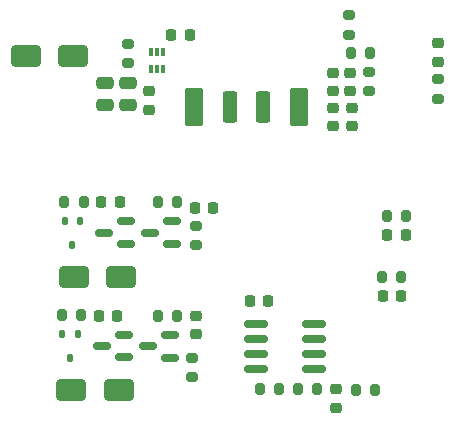
<source format=gbr>
%TF.GenerationSoftware,KiCad,Pcbnew,8.0.8*%
%TF.CreationDate,2025-06-23T13:13:59+02:00*%
%TF.ProjectId,LedDimmer,4c656444-696d-46d6-9572-2e6b69636164,rev?*%
%TF.SameCoordinates,Original*%
%TF.FileFunction,Paste,Top*%
%TF.FilePolarity,Positive*%
%FSLAX46Y46*%
G04 Gerber Fmt 4.6, Leading zero omitted, Abs format (unit mm)*
G04 Created by KiCad (PCBNEW 8.0.8) date 2025-06-23 13:13:59*
%MOMM*%
%LPD*%
G01*
G04 APERTURE LIST*
G04 Aperture macros list*
%AMRoundRect*
0 Rectangle with rounded corners*
0 $1 Rounding radius*
0 $2 $3 $4 $5 $6 $7 $8 $9 X,Y pos of 4 corners*
0 Add a 4 corners polygon primitive as box body*
4,1,4,$2,$3,$4,$5,$6,$7,$8,$9,$2,$3,0*
0 Add four circle primitives for the rounded corners*
1,1,$1+$1,$2,$3*
1,1,$1+$1,$4,$5*
1,1,$1+$1,$6,$7*
1,1,$1+$1,$8,$9*
0 Add four rect primitives between the rounded corners*
20,1,$1+$1,$2,$3,$4,$5,0*
20,1,$1+$1,$4,$5,$6,$7,0*
20,1,$1+$1,$6,$7,$8,$9,0*
20,1,$1+$1,$8,$9,$2,$3,0*%
G04 Aperture macros list end*
%ADD10RoundRect,0.250000X-0.375000X-1.075000X0.375000X-1.075000X0.375000X1.075000X-0.375000X1.075000X0*%
%ADD11RoundRect,0.225000X-0.225000X-0.250000X0.225000X-0.250000X0.225000X0.250000X-0.225000X0.250000X0*%
%ADD12RoundRect,0.250000X-1.000000X-0.650000X1.000000X-0.650000X1.000000X0.650000X-1.000000X0.650000X0*%
%ADD13RoundRect,0.218750X-0.256250X0.218750X-0.256250X-0.218750X0.256250X-0.218750X0.256250X0.218750X0*%
%ADD14RoundRect,0.200000X0.275000X-0.200000X0.275000X0.200000X-0.275000X0.200000X-0.275000X-0.200000X0*%
%ADD15RoundRect,0.200000X0.200000X0.275000X-0.200000X0.275000X-0.200000X-0.275000X0.200000X-0.275000X0*%
%ADD16RoundRect,0.225000X0.225000X0.250000X-0.225000X0.250000X-0.225000X-0.250000X0.225000X-0.250000X0*%
%ADD17RoundRect,0.225000X0.250000X-0.225000X0.250000X0.225000X-0.250000X0.225000X-0.250000X-0.225000X0*%
%ADD18RoundRect,0.150000X0.587500X0.150000X-0.587500X0.150000X-0.587500X-0.150000X0.587500X-0.150000X0*%
%ADD19RoundRect,0.150000X-0.825000X-0.150000X0.825000X-0.150000X0.825000X0.150000X-0.825000X0.150000X0*%
%ADD20RoundRect,0.117646X-0.682354X-1.482354X0.682354X-1.482354X0.682354X1.482354X-0.682354X1.482354X0*%
%ADD21RoundRect,0.200000X-0.200000X-0.275000X0.200000X-0.275000X0.200000X0.275000X-0.200000X0.275000X0*%
%ADD22RoundRect,0.112500X0.112500X0.237500X-0.112500X0.237500X-0.112500X-0.237500X0.112500X-0.237500X0*%
%ADD23RoundRect,0.200000X-0.275000X0.200000X-0.275000X-0.200000X0.275000X-0.200000X0.275000X0.200000X0*%
%ADD24RoundRect,0.218750X-0.218750X-0.256250X0.218750X-0.256250X0.218750X0.256250X-0.218750X0.256250X0*%
%ADD25RoundRect,0.250000X1.000000X0.650000X-1.000000X0.650000X-1.000000X-0.650000X1.000000X-0.650000X0*%
%ADD26RoundRect,0.225000X-0.250000X0.225000X-0.250000X-0.225000X0.250000X-0.225000X0.250000X0.225000X0*%
%ADD27RoundRect,0.087500X0.087500X-0.250000X0.087500X0.250000X-0.087500X0.250000X-0.087500X-0.250000X0*%
%ADD28RoundRect,0.250000X-0.475000X0.250000X-0.475000X-0.250000X0.475000X-0.250000X0.475000X0.250000X0*%
G04 APERTURE END LIST*
D10*
%TO.C,L3*%
X58030000Y-71010000D03*
X60830000Y-71010000D03*
%TD*%
D11*
%TO.C,C5*%
X53080000Y-64910000D03*
X54630000Y-64910000D03*
%TD*%
D12*
%TO.C,D6*%
X44600000Y-95000000D03*
X48600000Y-95000000D03*
%TD*%
D13*
%TO.C,D4*%
X75630000Y-65622499D03*
X75630000Y-67197501D03*
%TD*%
D14*
%TO.C,R7*%
X75630000Y-70335000D03*
X75630000Y-68685000D03*
%TD*%
D15*
%TO.C,R6*%
X53580000Y-79110000D03*
X51930000Y-79110000D03*
%TD*%
D12*
%TO.C,D2*%
X44800000Y-85425000D03*
X48800000Y-85425000D03*
%TD*%
D16*
%TO.C,C10*%
X72505000Y-87010000D03*
X70955000Y-87010000D03*
%TD*%
D15*
%TO.C,R11*%
X72525000Y-85400000D03*
X70875000Y-85400000D03*
%TD*%
D17*
%TO.C,C11*%
X67000000Y-96500000D03*
X67000000Y-94950000D03*
%TD*%
%TO.C,C2*%
X51162000Y-71285000D03*
X51162000Y-69735000D03*
%TD*%
D18*
%TO.C,Q3*%
X49037500Y-92250000D03*
X49037500Y-90350000D03*
X47162500Y-91300000D03*
%TD*%
D19*
%TO.C,U2*%
X60225000Y-89395000D03*
X60225000Y-90665000D03*
X60225000Y-91935000D03*
X60225000Y-93205000D03*
X65175000Y-93205000D03*
X65175000Y-91935000D03*
X65175000Y-90665000D03*
X65175000Y-89395000D03*
%TD*%
D15*
%TO.C,R3*%
X69930000Y-66510000D03*
X68280000Y-66510000D03*
%TD*%
D16*
%TO.C,C8*%
X61275000Y-87500000D03*
X59725000Y-87500000D03*
%TD*%
D14*
%TO.C,R1*%
X49430000Y-67335000D03*
X49430000Y-65685000D03*
%TD*%
%TO.C,R4*%
X68130000Y-64910000D03*
X68130000Y-63260000D03*
%TD*%
D20*
%TO.C,L1*%
X54980000Y-71010000D03*
X63880000Y-71010000D03*
%TD*%
D21*
%TO.C,R13*%
X63775000Y-94900000D03*
X65425000Y-94900000D03*
%TD*%
D17*
%TO.C,C6*%
X68230000Y-69685000D03*
X68230000Y-68135000D03*
%TD*%
D22*
%TO.C,Q4*%
X45150000Y-90300000D03*
X43850000Y-90300000D03*
X44500000Y-92300000D03*
%TD*%
D23*
%TO.C,R21*%
X54830000Y-92285000D03*
X54830000Y-93935000D03*
%TD*%
D17*
%TO.C,C7*%
X66730000Y-69685000D03*
X66730000Y-68135000D03*
%TD*%
D18*
%TO.C,Q5*%
X53167500Y-82625000D03*
X53167500Y-80725000D03*
X51292500Y-81675000D03*
%TD*%
%TO.C,Q6*%
X52967500Y-92260000D03*
X52967500Y-90360000D03*
X51092500Y-91310000D03*
%TD*%
D24*
%TO.C,D5*%
X46930000Y-88710000D03*
X48505000Y-88710000D03*
%TD*%
D15*
%TO.C,R8*%
X53580000Y-88710000D03*
X51930000Y-88710000D03*
%TD*%
D18*
%TO.C,Q2*%
X49237500Y-82625000D03*
X49237500Y-80725000D03*
X47362500Y-81675000D03*
%TD*%
D14*
%TO.C,R18*%
X55130000Y-82735000D03*
X55130000Y-81085000D03*
%TD*%
%TO.C,R2*%
X69830000Y-69735000D03*
X69830000Y-68085000D03*
%TD*%
D25*
%TO.C,D1*%
X44730000Y-66710000D03*
X40730000Y-66710000D03*
%TD*%
D17*
%TO.C,C3*%
X66730000Y-72685000D03*
X66730000Y-71135000D03*
%TD*%
D15*
%TO.C,R12*%
X70325000Y-95025000D03*
X68675000Y-95025000D03*
%TD*%
D16*
%TO.C,C9*%
X72910000Y-81910000D03*
X71360000Y-81910000D03*
%TD*%
D26*
%TO.C,C4*%
X68330000Y-71135000D03*
X68330000Y-72685000D03*
%TD*%
D21*
%TO.C,R9*%
X43775000Y-88700000D03*
X45425000Y-88700000D03*
%TD*%
D15*
%TO.C,R14*%
X62200000Y-94900000D03*
X60550000Y-94900000D03*
%TD*%
D21*
%TO.C,R5*%
X44012500Y-79125000D03*
X45662500Y-79125000D03*
%TD*%
D17*
%TO.C,C16*%
X55130000Y-90285000D03*
X55130000Y-88735000D03*
%TD*%
D15*
%TO.C,R10*%
X72955000Y-80310000D03*
X71305000Y-80310000D03*
%TD*%
D27*
%TO.C,U1*%
X51330000Y-67810000D03*
X51830000Y-67810000D03*
X52330000Y-67810000D03*
X52330000Y-66385000D03*
X51830000Y-66385000D03*
X51330000Y-66385000D03*
%TD*%
D24*
%TO.C,D3*%
X47142500Y-79110000D03*
X48717500Y-79110000D03*
%TD*%
D28*
%TO.C,C1*%
X49430000Y-69010000D03*
X49430000Y-70910000D03*
%TD*%
D16*
%TO.C,C15*%
X56605000Y-79610000D03*
X55055000Y-79610000D03*
%TD*%
D22*
%TO.C,Q1*%
X45350000Y-80725000D03*
X44050000Y-80725000D03*
X44700000Y-82725000D03*
%TD*%
D28*
%TO.C,C14*%
X47430000Y-69010000D03*
X47430000Y-70910000D03*
%TD*%
M02*

</source>
